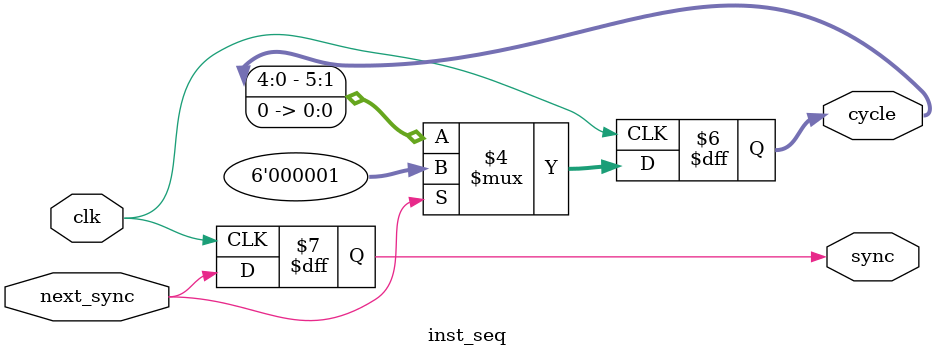
<source format=v>

module inst_seq(
    output reg [5:0] cycle,
    output reg 	     sync,
    input 	     next_sync,
    input 	     clk);

   always @(posedge clk) begin
      if (next_sync == 1) begin
	 cycle <= 6'b000001;
      end else begin
	 cycle[5:0] <= {cycle[4:0],1'b0};
      end
      sync <= next_sync;
   end
endmodule
</source>
